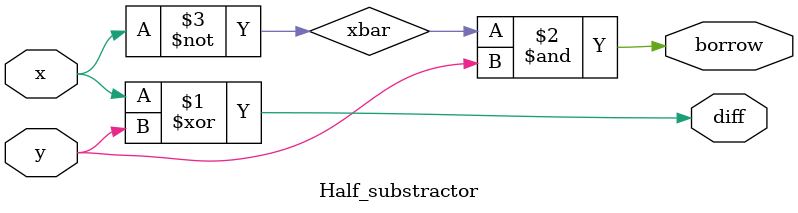
<source format=v>

module Half_substractor(
input x,y,
output diff,borrow);
xor (diff,x,y);
not(xbar,x);
and(borrow,xbar,y);
endmodule

</source>
